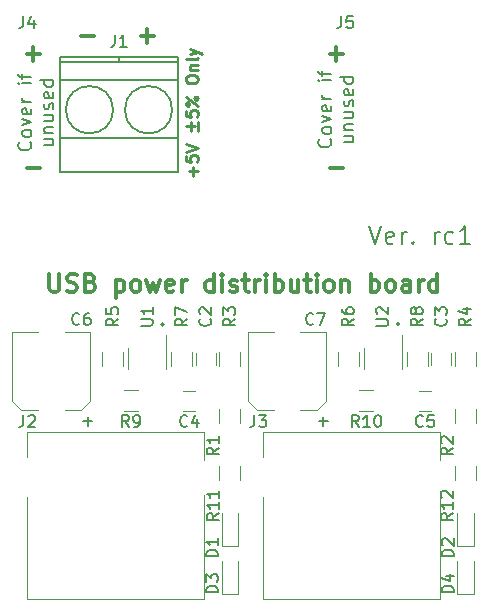
<source format=gto>
G04 #@! TF.FileFunction,Legend,Top*
%FSLAX46Y46*%
G04 Gerber Fmt 4.6, Leading zero omitted, Abs format (unit mm)*
G04 Created by KiCad (PCBNEW 4.0.6-e0-6349~53~ubuntu16.04.1) date Sat May 27 22:55:55 2017*
%MOMM*%
%LPD*%
G01*
G04 APERTURE LIST*
%ADD10C,0.100000*%
%ADD11C,0.150000*%
%ADD12C,0.200000*%
%ADD13C,0.300000*%
%ADD14C,0.250000*%
%ADD15C,0.120000*%
G04 APERTURE END LIST*
D10*
D11*
X163282858Y-99254571D02*
X163782858Y-100754571D01*
X164282858Y-99254571D01*
X165354286Y-100683143D02*
X165211429Y-100754571D01*
X164925715Y-100754571D01*
X164782858Y-100683143D01*
X164711429Y-100540286D01*
X164711429Y-99968857D01*
X164782858Y-99826000D01*
X164925715Y-99754571D01*
X165211429Y-99754571D01*
X165354286Y-99826000D01*
X165425715Y-99968857D01*
X165425715Y-100111714D01*
X164711429Y-100254571D01*
X166068572Y-100754571D02*
X166068572Y-99754571D01*
X166068572Y-100040286D02*
X166140000Y-99897429D01*
X166211429Y-99826000D01*
X166354286Y-99754571D01*
X166497143Y-99754571D01*
X166997143Y-100611714D02*
X167068571Y-100683143D01*
X166997143Y-100754571D01*
X166925714Y-100683143D01*
X166997143Y-100611714D01*
X166997143Y-100754571D01*
X168854286Y-100754571D02*
X168854286Y-99754571D01*
X168854286Y-100040286D02*
X168925714Y-99897429D01*
X168997143Y-99826000D01*
X169140000Y-99754571D01*
X169282857Y-99754571D01*
X170425714Y-100683143D02*
X170282857Y-100754571D01*
X169997143Y-100754571D01*
X169854285Y-100683143D01*
X169782857Y-100611714D01*
X169711428Y-100468857D01*
X169711428Y-100040286D01*
X169782857Y-99897429D01*
X169854285Y-99826000D01*
X169997143Y-99754571D01*
X170282857Y-99754571D01*
X170425714Y-99826000D01*
X171854285Y-100754571D02*
X170997142Y-100754571D01*
X171425714Y-100754571D02*
X171425714Y-99254571D01*
X171282857Y-99468857D01*
X171139999Y-99611714D01*
X170997142Y-99683143D01*
D12*
X165862000Y-107569000D02*
G75*
G03X165862000Y-107569000I-127000J0D01*
G01*
X145923000Y-107569000D02*
G75*
G03X145923000Y-107569000I-127000J0D01*
G01*
D13*
X136225428Y-103318571D02*
X136225428Y-104532857D01*
X136296856Y-104675714D01*
X136368285Y-104747143D01*
X136511142Y-104818571D01*
X136796856Y-104818571D01*
X136939714Y-104747143D01*
X137011142Y-104675714D01*
X137082571Y-104532857D01*
X137082571Y-103318571D01*
X137725428Y-104747143D02*
X137939714Y-104818571D01*
X138296857Y-104818571D01*
X138439714Y-104747143D01*
X138511143Y-104675714D01*
X138582571Y-104532857D01*
X138582571Y-104390000D01*
X138511143Y-104247143D01*
X138439714Y-104175714D01*
X138296857Y-104104286D01*
X138011143Y-104032857D01*
X137868285Y-103961429D01*
X137796857Y-103890000D01*
X137725428Y-103747143D01*
X137725428Y-103604286D01*
X137796857Y-103461429D01*
X137868285Y-103390000D01*
X138011143Y-103318571D01*
X138368285Y-103318571D01*
X138582571Y-103390000D01*
X139725428Y-104032857D02*
X139939714Y-104104286D01*
X140011142Y-104175714D01*
X140082571Y-104318571D01*
X140082571Y-104532857D01*
X140011142Y-104675714D01*
X139939714Y-104747143D01*
X139796856Y-104818571D01*
X139225428Y-104818571D01*
X139225428Y-103318571D01*
X139725428Y-103318571D01*
X139868285Y-103390000D01*
X139939714Y-103461429D01*
X140011142Y-103604286D01*
X140011142Y-103747143D01*
X139939714Y-103890000D01*
X139868285Y-103961429D01*
X139725428Y-104032857D01*
X139225428Y-104032857D01*
X141868285Y-103818571D02*
X141868285Y-105318571D01*
X141868285Y-103890000D02*
X142011142Y-103818571D01*
X142296856Y-103818571D01*
X142439713Y-103890000D01*
X142511142Y-103961429D01*
X142582571Y-104104286D01*
X142582571Y-104532857D01*
X142511142Y-104675714D01*
X142439713Y-104747143D01*
X142296856Y-104818571D01*
X142011142Y-104818571D01*
X141868285Y-104747143D01*
X143439714Y-104818571D02*
X143296856Y-104747143D01*
X143225428Y-104675714D01*
X143153999Y-104532857D01*
X143153999Y-104104286D01*
X143225428Y-103961429D01*
X143296856Y-103890000D01*
X143439714Y-103818571D01*
X143653999Y-103818571D01*
X143796856Y-103890000D01*
X143868285Y-103961429D01*
X143939714Y-104104286D01*
X143939714Y-104532857D01*
X143868285Y-104675714D01*
X143796856Y-104747143D01*
X143653999Y-104818571D01*
X143439714Y-104818571D01*
X144439714Y-103818571D02*
X144725428Y-104818571D01*
X145011142Y-104104286D01*
X145296857Y-104818571D01*
X145582571Y-103818571D01*
X146725428Y-104747143D02*
X146582571Y-104818571D01*
X146296857Y-104818571D01*
X146154000Y-104747143D01*
X146082571Y-104604286D01*
X146082571Y-104032857D01*
X146154000Y-103890000D01*
X146296857Y-103818571D01*
X146582571Y-103818571D01*
X146725428Y-103890000D01*
X146796857Y-104032857D01*
X146796857Y-104175714D01*
X146082571Y-104318571D01*
X147439714Y-104818571D02*
X147439714Y-103818571D01*
X147439714Y-104104286D02*
X147511142Y-103961429D01*
X147582571Y-103890000D01*
X147725428Y-103818571D01*
X147868285Y-103818571D01*
X150153999Y-104818571D02*
X150153999Y-103318571D01*
X150153999Y-104747143D02*
X150011142Y-104818571D01*
X149725428Y-104818571D01*
X149582570Y-104747143D01*
X149511142Y-104675714D01*
X149439713Y-104532857D01*
X149439713Y-104104286D01*
X149511142Y-103961429D01*
X149582570Y-103890000D01*
X149725428Y-103818571D01*
X150011142Y-103818571D01*
X150153999Y-103890000D01*
X150868285Y-104818571D02*
X150868285Y-103818571D01*
X150868285Y-103318571D02*
X150796856Y-103390000D01*
X150868285Y-103461429D01*
X150939713Y-103390000D01*
X150868285Y-103318571D01*
X150868285Y-103461429D01*
X151511142Y-104747143D02*
X151653999Y-104818571D01*
X151939714Y-104818571D01*
X152082571Y-104747143D01*
X152153999Y-104604286D01*
X152153999Y-104532857D01*
X152082571Y-104390000D01*
X151939714Y-104318571D01*
X151725428Y-104318571D01*
X151582571Y-104247143D01*
X151511142Y-104104286D01*
X151511142Y-104032857D01*
X151582571Y-103890000D01*
X151725428Y-103818571D01*
X151939714Y-103818571D01*
X152082571Y-103890000D01*
X152582571Y-103818571D02*
X153154000Y-103818571D01*
X152796857Y-103318571D02*
X152796857Y-104604286D01*
X152868285Y-104747143D01*
X153011143Y-104818571D01*
X153154000Y-104818571D01*
X153654000Y-104818571D02*
X153654000Y-103818571D01*
X153654000Y-104104286D02*
X153725428Y-103961429D01*
X153796857Y-103890000D01*
X153939714Y-103818571D01*
X154082571Y-103818571D01*
X154582571Y-104818571D02*
X154582571Y-103818571D01*
X154582571Y-103318571D02*
X154511142Y-103390000D01*
X154582571Y-103461429D01*
X154653999Y-103390000D01*
X154582571Y-103318571D01*
X154582571Y-103461429D01*
X155296857Y-104818571D02*
X155296857Y-103318571D01*
X155296857Y-103890000D02*
X155439714Y-103818571D01*
X155725428Y-103818571D01*
X155868285Y-103890000D01*
X155939714Y-103961429D01*
X156011143Y-104104286D01*
X156011143Y-104532857D01*
X155939714Y-104675714D01*
X155868285Y-104747143D01*
X155725428Y-104818571D01*
X155439714Y-104818571D01*
X155296857Y-104747143D01*
X157296857Y-103818571D02*
X157296857Y-104818571D01*
X156654000Y-103818571D02*
X156654000Y-104604286D01*
X156725428Y-104747143D01*
X156868286Y-104818571D01*
X157082571Y-104818571D01*
X157225428Y-104747143D01*
X157296857Y-104675714D01*
X157796857Y-103818571D02*
X158368286Y-103818571D01*
X158011143Y-103318571D02*
X158011143Y-104604286D01*
X158082571Y-104747143D01*
X158225429Y-104818571D01*
X158368286Y-104818571D01*
X158868286Y-104818571D02*
X158868286Y-103818571D01*
X158868286Y-103318571D02*
X158796857Y-103390000D01*
X158868286Y-103461429D01*
X158939714Y-103390000D01*
X158868286Y-103318571D01*
X158868286Y-103461429D01*
X159796858Y-104818571D02*
X159654000Y-104747143D01*
X159582572Y-104675714D01*
X159511143Y-104532857D01*
X159511143Y-104104286D01*
X159582572Y-103961429D01*
X159654000Y-103890000D01*
X159796858Y-103818571D01*
X160011143Y-103818571D01*
X160154000Y-103890000D01*
X160225429Y-103961429D01*
X160296858Y-104104286D01*
X160296858Y-104532857D01*
X160225429Y-104675714D01*
X160154000Y-104747143D01*
X160011143Y-104818571D01*
X159796858Y-104818571D01*
X160939715Y-103818571D02*
X160939715Y-104818571D01*
X160939715Y-103961429D02*
X161011143Y-103890000D01*
X161154001Y-103818571D01*
X161368286Y-103818571D01*
X161511143Y-103890000D01*
X161582572Y-104032857D01*
X161582572Y-104818571D01*
X163439715Y-104818571D02*
X163439715Y-103318571D01*
X163439715Y-103890000D02*
X163582572Y-103818571D01*
X163868286Y-103818571D01*
X164011143Y-103890000D01*
X164082572Y-103961429D01*
X164154001Y-104104286D01*
X164154001Y-104532857D01*
X164082572Y-104675714D01*
X164011143Y-104747143D01*
X163868286Y-104818571D01*
X163582572Y-104818571D01*
X163439715Y-104747143D01*
X165011144Y-104818571D02*
X164868286Y-104747143D01*
X164796858Y-104675714D01*
X164725429Y-104532857D01*
X164725429Y-104104286D01*
X164796858Y-103961429D01*
X164868286Y-103890000D01*
X165011144Y-103818571D01*
X165225429Y-103818571D01*
X165368286Y-103890000D01*
X165439715Y-103961429D01*
X165511144Y-104104286D01*
X165511144Y-104532857D01*
X165439715Y-104675714D01*
X165368286Y-104747143D01*
X165225429Y-104818571D01*
X165011144Y-104818571D01*
X166796858Y-104818571D02*
X166796858Y-104032857D01*
X166725429Y-103890000D01*
X166582572Y-103818571D01*
X166296858Y-103818571D01*
X166154001Y-103890000D01*
X166796858Y-104747143D02*
X166654001Y-104818571D01*
X166296858Y-104818571D01*
X166154001Y-104747143D01*
X166082572Y-104604286D01*
X166082572Y-104461429D01*
X166154001Y-104318571D01*
X166296858Y-104247143D01*
X166654001Y-104247143D01*
X166796858Y-104175714D01*
X167511144Y-104818571D02*
X167511144Y-103818571D01*
X167511144Y-104104286D02*
X167582572Y-103961429D01*
X167654001Y-103890000D01*
X167796858Y-103818571D01*
X167939715Y-103818571D01*
X169082572Y-104818571D02*
X169082572Y-103318571D01*
X169082572Y-104747143D02*
X168939715Y-104818571D01*
X168654001Y-104818571D01*
X168511143Y-104747143D01*
X168439715Y-104675714D01*
X168368286Y-104532857D01*
X168368286Y-104104286D01*
X168439715Y-103961429D01*
X168511143Y-103890000D01*
X168654001Y-103818571D01*
X168939715Y-103818571D01*
X169082572Y-103890000D01*
X138874572Y-83165143D02*
X140017429Y-83165143D01*
X143954572Y-83165143D02*
X145097429Y-83165143D01*
X144526000Y-83736571D02*
X144526000Y-82593714D01*
D11*
X134603964Y-92138499D02*
X134658393Y-92192928D01*
X134712821Y-92356214D01*
X134712821Y-92465071D01*
X134658393Y-92628356D01*
X134549536Y-92737214D01*
X134440679Y-92791642D01*
X134222964Y-92846071D01*
X134059679Y-92846071D01*
X133841964Y-92791642D01*
X133733107Y-92737214D01*
X133624250Y-92628356D01*
X133569821Y-92465071D01*
X133569821Y-92356214D01*
X133624250Y-92192928D01*
X133678679Y-92138499D01*
X134712821Y-91485356D02*
X134658393Y-91594214D01*
X134603964Y-91648642D01*
X134495107Y-91703071D01*
X134168536Y-91703071D01*
X134059679Y-91648642D01*
X134005250Y-91594214D01*
X133950821Y-91485356D01*
X133950821Y-91322071D01*
X134005250Y-91213214D01*
X134059679Y-91158785D01*
X134168536Y-91104356D01*
X134495107Y-91104356D01*
X134603964Y-91158785D01*
X134658393Y-91213214D01*
X134712821Y-91322071D01*
X134712821Y-91485356D01*
X133950821Y-90723356D02*
X134712821Y-90451213D01*
X133950821Y-90179071D01*
X134658393Y-89308214D02*
X134712821Y-89417071D01*
X134712821Y-89634785D01*
X134658393Y-89743642D01*
X134549536Y-89798071D01*
X134114107Y-89798071D01*
X134005250Y-89743642D01*
X133950821Y-89634785D01*
X133950821Y-89417071D01*
X134005250Y-89308214D01*
X134114107Y-89253785D01*
X134222964Y-89253785D01*
X134331821Y-89798071D01*
X134712821Y-88763928D02*
X133950821Y-88763928D01*
X134168536Y-88763928D02*
X134059679Y-88709500D01*
X134005250Y-88655071D01*
X133950821Y-88546214D01*
X133950821Y-88437357D01*
X134712821Y-87185500D02*
X133950821Y-87185500D01*
X133569821Y-87185500D02*
X133624250Y-87239929D01*
X133678679Y-87185500D01*
X133624250Y-87131072D01*
X133569821Y-87185500D01*
X133678679Y-87185500D01*
X133950821Y-86804500D02*
X133950821Y-86369071D01*
X134712821Y-86641214D02*
X133733107Y-86641214D01*
X133624250Y-86586786D01*
X133569821Y-86477928D01*
X133569821Y-86369071D01*
X135815321Y-91920786D02*
X136577321Y-91920786D01*
X135815321Y-92410643D02*
X136414036Y-92410643D01*
X136522893Y-92356215D01*
X136577321Y-92247357D01*
X136577321Y-92084072D01*
X136522893Y-91975215D01*
X136468464Y-91920786D01*
X135815321Y-91376500D02*
X136577321Y-91376500D01*
X135924179Y-91376500D02*
X135869750Y-91322072D01*
X135815321Y-91213214D01*
X135815321Y-91049929D01*
X135869750Y-90941072D01*
X135978607Y-90886643D01*
X136577321Y-90886643D01*
X135815321Y-89852500D02*
X136577321Y-89852500D01*
X135815321Y-90342357D02*
X136414036Y-90342357D01*
X136522893Y-90287929D01*
X136577321Y-90179071D01*
X136577321Y-90015786D01*
X136522893Y-89906929D01*
X136468464Y-89852500D01*
X136522893Y-89362643D02*
X136577321Y-89253786D01*
X136577321Y-89036071D01*
X136522893Y-88927214D01*
X136414036Y-88872786D01*
X136359607Y-88872786D01*
X136250750Y-88927214D01*
X136196321Y-89036071D01*
X136196321Y-89199357D01*
X136141893Y-89308214D01*
X136033036Y-89362643D01*
X135978607Y-89362643D01*
X135869750Y-89308214D01*
X135815321Y-89199357D01*
X135815321Y-89036071D01*
X135869750Y-88927214D01*
X136522893Y-87947500D02*
X136577321Y-88056357D01*
X136577321Y-88274071D01*
X136522893Y-88382928D01*
X136414036Y-88437357D01*
X135978607Y-88437357D01*
X135869750Y-88382928D01*
X135815321Y-88274071D01*
X135815321Y-88056357D01*
X135869750Y-87947500D01*
X135978607Y-87893071D01*
X136087464Y-87893071D01*
X136196321Y-88437357D01*
X136577321Y-86913357D02*
X135434321Y-86913357D01*
X136522893Y-86913357D02*
X136577321Y-87022214D01*
X136577321Y-87239928D01*
X136522893Y-87348786D01*
X136468464Y-87403214D01*
X136359607Y-87457643D01*
X136033036Y-87457643D01*
X135924179Y-87403214D01*
X135869750Y-87348786D01*
X135815321Y-87239928D01*
X135815321Y-87022214D01*
X135869750Y-86913357D01*
D14*
X148407429Y-95011905D02*
X148407429Y-94250000D01*
X148788381Y-94630952D02*
X148026476Y-94630952D01*
X147788381Y-93297619D02*
X147788381Y-93773810D01*
X148264571Y-93821429D01*
X148216952Y-93773810D01*
X148169333Y-93678572D01*
X148169333Y-93440476D01*
X148216952Y-93345238D01*
X148264571Y-93297619D01*
X148359810Y-93250000D01*
X148597905Y-93250000D01*
X148693143Y-93297619D01*
X148740762Y-93345238D01*
X148788381Y-93440476D01*
X148788381Y-93678572D01*
X148740762Y-93773810D01*
X148693143Y-93821429D01*
X147788381Y-92964286D02*
X148788381Y-92630953D01*
X147788381Y-92297619D01*
X148216952Y-91202381D02*
X148216952Y-90440476D01*
X148597905Y-90821428D02*
X147836000Y-90821428D01*
X148788381Y-90440476D02*
X148788381Y-91202381D01*
X147788381Y-89488095D02*
X147788381Y-89964286D01*
X148264571Y-90011905D01*
X148216952Y-89964286D01*
X148169333Y-89869048D01*
X148169333Y-89630952D01*
X148216952Y-89535714D01*
X148264571Y-89488095D01*
X148359810Y-89440476D01*
X148597905Y-89440476D01*
X148693143Y-89488095D01*
X148740762Y-89535714D01*
X148788381Y-89630952D01*
X148788381Y-89869048D01*
X148740762Y-89964286D01*
X148693143Y-90011905D01*
X148788381Y-89059524D02*
X147788381Y-88297619D01*
X147788381Y-88916667D02*
X147836000Y-88821429D01*
X147931238Y-88773810D01*
X148026476Y-88821429D01*
X148074095Y-88916667D01*
X148026476Y-89011905D01*
X147931238Y-89059524D01*
X147836000Y-89011905D01*
X147788381Y-88916667D01*
X148740762Y-88345238D02*
X148645524Y-88297619D01*
X148550286Y-88345238D01*
X148502667Y-88440476D01*
X148550286Y-88535714D01*
X148645524Y-88583333D01*
X148740762Y-88535714D01*
X148788381Y-88440476D01*
X148740762Y-88345238D01*
X147788381Y-86916667D02*
X147788381Y-86726190D01*
X147836000Y-86630952D01*
X147931238Y-86535714D01*
X148121714Y-86488095D01*
X148455048Y-86488095D01*
X148645524Y-86535714D01*
X148740762Y-86630952D01*
X148788381Y-86726190D01*
X148788381Y-86916667D01*
X148740762Y-87011905D01*
X148645524Y-87107143D01*
X148455048Y-87154762D01*
X148121714Y-87154762D01*
X147931238Y-87107143D01*
X147836000Y-87011905D01*
X147788381Y-86916667D01*
X148121714Y-86059524D02*
X148788381Y-86059524D01*
X148216952Y-86059524D02*
X148169333Y-86011905D01*
X148121714Y-85916667D01*
X148121714Y-85773809D01*
X148169333Y-85678571D01*
X148264571Y-85630952D01*
X148788381Y-85630952D01*
X148788381Y-85011905D02*
X148740762Y-85107143D01*
X148645524Y-85154762D01*
X147788381Y-85154762D01*
X148121714Y-84726190D02*
X148788381Y-84488095D01*
X148121714Y-84249999D02*
X148788381Y-84488095D01*
X149026476Y-84583333D01*
X149074095Y-84630952D01*
X149121714Y-84726190D01*
D11*
X160003964Y-91884499D02*
X160058393Y-91938928D01*
X160112821Y-92102214D01*
X160112821Y-92211071D01*
X160058393Y-92374356D01*
X159949536Y-92483214D01*
X159840679Y-92537642D01*
X159622964Y-92592071D01*
X159459679Y-92592071D01*
X159241964Y-92537642D01*
X159133107Y-92483214D01*
X159024250Y-92374356D01*
X158969821Y-92211071D01*
X158969821Y-92102214D01*
X159024250Y-91938928D01*
X159078679Y-91884499D01*
X160112821Y-91231356D02*
X160058393Y-91340214D01*
X160003964Y-91394642D01*
X159895107Y-91449071D01*
X159568536Y-91449071D01*
X159459679Y-91394642D01*
X159405250Y-91340214D01*
X159350821Y-91231356D01*
X159350821Y-91068071D01*
X159405250Y-90959214D01*
X159459679Y-90904785D01*
X159568536Y-90850356D01*
X159895107Y-90850356D01*
X160003964Y-90904785D01*
X160058393Y-90959214D01*
X160112821Y-91068071D01*
X160112821Y-91231356D01*
X159350821Y-90469356D02*
X160112821Y-90197213D01*
X159350821Y-89925071D01*
X160058393Y-89054214D02*
X160112821Y-89163071D01*
X160112821Y-89380785D01*
X160058393Y-89489642D01*
X159949536Y-89544071D01*
X159514107Y-89544071D01*
X159405250Y-89489642D01*
X159350821Y-89380785D01*
X159350821Y-89163071D01*
X159405250Y-89054214D01*
X159514107Y-88999785D01*
X159622964Y-88999785D01*
X159731821Y-89544071D01*
X160112821Y-88509928D02*
X159350821Y-88509928D01*
X159568536Y-88509928D02*
X159459679Y-88455500D01*
X159405250Y-88401071D01*
X159350821Y-88292214D01*
X159350821Y-88183357D01*
X160112821Y-86931500D02*
X159350821Y-86931500D01*
X158969821Y-86931500D02*
X159024250Y-86985929D01*
X159078679Y-86931500D01*
X159024250Y-86877072D01*
X158969821Y-86931500D01*
X159078679Y-86931500D01*
X159350821Y-86550500D02*
X159350821Y-86115071D01*
X160112821Y-86387214D02*
X159133107Y-86387214D01*
X159024250Y-86332786D01*
X158969821Y-86223928D01*
X158969821Y-86115071D01*
X161215321Y-91666786D02*
X161977321Y-91666786D01*
X161215321Y-92156643D02*
X161814036Y-92156643D01*
X161922893Y-92102215D01*
X161977321Y-91993357D01*
X161977321Y-91830072D01*
X161922893Y-91721215D01*
X161868464Y-91666786D01*
X161215321Y-91122500D02*
X161977321Y-91122500D01*
X161324179Y-91122500D02*
X161269750Y-91068072D01*
X161215321Y-90959214D01*
X161215321Y-90795929D01*
X161269750Y-90687072D01*
X161378607Y-90632643D01*
X161977321Y-90632643D01*
X161215321Y-89598500D02*
X161977321Y-89598500D01*
X161215321Y-90088357D02*
X161814036Y-90088357D01*
X161922893Y-90033929D01*
X161977321Y-89925071D01*
X161977321Y-89761786D01*
X161922893Y-89652929D01*
X161868464Y-89598500D01*
X161922893Y-89108643D02*
X161977321Y-88999786D01*
X161977321Y-88782071D01*
X161922893Y-88673214D01*
X161814036Y-88618786D01*
X161759607Y-88618786D01*
X161650750Y-88673214D01*
X161596321Y-88782071D01*
X161596321Y-88945357D01*
X161541893Y-89054214D01*
X161433036Y-89108643D01*
X161378607Y-89108643D01*
X161269750Y-89054214D01*
X161215321Y-88945357D01*
X161215321Y-88782071D01*
X161269750Y-88673214D01*
X161922893Y-87693500D02*
X161977321Y-87802357D01*
X161977321Y-88020071D01*
X161922893Y-88128928D01*
X161814036Y-88183357D01*
X161378607Y-88183357D01*
X161269750Y-88128928D01*
X161215321Y-88020071D01*
X161215321Y-87802357D01*
X161269750Y-87693500D01*
X161378607Y-87639071D01*
X161487464Y-87639071D01*
X161596321Y-88183357D01*
X161977321Y-86659357D02*
X160834321Y-86659357D01*
X161922893Y-86659357D02*
X161977321Y-86768214D01*
X161977321Y-86985928D01*
X161922893Y-87094786D01*
X161868464Y-87149214D01*
X161759607Y-87203643D01*
X161433036Y-87203643D01*
X161324179Y-87149214D01*
X161269750Y-87094786D01*
X161215321Y-86985928D01*
X161215321Y-86768214D01*
X161269750Y-86659357D01*
D13*
X134302572Y-94341143D02*
X135445429Y-94341143D01*
X134302572Y-84689143D02*
X135445429Y-84689143D01*
X134874000Y-85260571D02*
X134874000Y-84117714D01*
X159956572Y-94341143D02*
X161099429Y-94341143D01*
X159956572Y-84689143D02*
X161099429Y-84689143D01*
X160528000Y-85260571D02*
X160528000Y-84117714D01*
D15*
X150329000Y-110990000D02*
X150329000Y-109990000D01*
X148629000Y-109990000D02*
X148629000Y-110990000D01*
X142916000Y-109590000D02*
X142916000Y-111390000D01*
X146136000Y-111390000D02*
X146136000Y-108440000D01*
X170268000Y-110990000D02*
X170268000Y-109990000D01*
X168568000Y-109990000D02*
X168568000Y-110990000D01*
X148582000Y-113196000D02*
X147582000Y-113196000D01*
X147582000Y-114896000D02*
X148582000Y-114896000D01*
X168521000Y-113196000D02*
X167521000Y-113196000D01*
X167521000Y-114896000D02*
X168521000Y-114896000D01*
X139698000Y-108206000D02*
X137518000Y-108206000D01*
X133098000Y-108206000D02*
X135278000Y-108206000D01*
X138938000Y-114806000D02*
X137518000Y-114806000D01*
X133858000Y-114806000D02*
X135278000Y-114806000D01*
X139698000Y-108206000D02*
X139698000Y-114046000D01*
X139698000Y-114046000D02*
X138938000Y-114806000D01*
X133858000Y-114806000D02*
X133098000Y-114046000D01*
X133098000Y-114046000D02*
X133098000Y-108206000D01*
X159637000Y-108206000D02*
X157457000Y-108206000D01*
X153037000Y-108206000D02*
X155217000Y-108206000D01*
X158877000Y-114806000D02*
X157457000Y-114806000D01*
X153797000Y-114806000D02*
X155217000Y-114806000D01*
X159637000Y-108206000D02*
X159637000Y-114046000D01*
X159637000Y-114046000D02*
X158877000Y-114806000D01*
X153797000Y-114806000D02*
X153037000Y-114046000D01*
X153037000Y-114046000D02*
X153037000Y-108206000D01*
X150811000Y-126387000D02*
X152211000Y-126387000D01*
X152211000Y-126387000D02*
X152211000Y-123587000D01*
X150811000Y-126387000D02*
X150811000Y-123587000D01*
X170750000Y-126387000D02*
X172150000Y-126387000D01*
X172150000Y-126387000D02*
X172150000Y-123587000D01*
X170750000Y-126387000D02*
X170750000Y-123587000D01*
X150811000Y-130451000D02*
X152211000Y-130451000D01*
X152211000Y-130451000D02*
X152211000Y-127651000D01*
X150811000Y-130451000D02*
X150811000Y-127651000D01*
X170750000Y-130451000D02*
X172150000Y-130451000D01*
X172150000Y-130451000D02*
X172150000Y-127651000D01*
X170750000Y-130451000D02*
X170750000Y-127651000D01*
X149353000Y-116716000D02*
X149353000Y-119046000D01*
X134363000Y-116716000D02*
X134363000Y-118836000D01*
X149353000Y-116716000D02*
X134363000Y-116716000D01*
X149353000Y-130806000D02*
X134363000Y-130806000D01*
X149353000Y-122006000D02*
X149353000Y-130806000D01*
X134363000Y-122206000D02*
X134363000Y-130806000D01*
X169292000Y-116716000D02*
X169292000Y-119046000D01*
X154302000Y-116716000D02*
X154302000Y-118836000D01*
X169292000Y-116716000D02*
X154302000Y-116716000D01*
X169292000Y-130806000D02*
X154302000Y-130806000D01*
X169292000Y-122006000D02*
X169292000Y-130806000D01*
X154302000Y-122206000D02*
X154302000Y-130806000D01*
X150631000Y-115916000D02*
X150631000Y-114716000D01*
X152391000Y-114716000D02*
X152391000Y-115916000D01*
X170570000Y-115916000D02*
X170570000Y-114716000D01*
X172330000Y-114716000D02*
X172330000Y-115916000D01*
X150631000Y-111090000D02*
X150631000Y-109890000D01*
X152391000Y-109890000D02*
X152391000Y-111090000D01*
X170570000Y-111090000D02*
X170570000Y-109890000D01*
X172330000Y-109890000D02*
X172330000Y-111090000D01*
X140725000Y-111090000D02*
X140725000Y-109890000D01*
X142485000Y-109890000D02*
X142485000Y-111090000D01*
X160664000Y-111090000D02*
X160664000Y-109890000D01*
X162424000Y-109890000D02*
X162424000Y-111090000D01*
X146567000Y-111090000D02*
X146567000Y-109890000D01*
X148327000Y-109890000D02*
X148327000Y-111090000D01*
X166506000Y-111090000D02*
X166506000Y-109890000D01*
X168266000Y-109890000D02*
X168266000Y-111090000D01*
X142529000Y-113166000D02*
X143729000Y-113166000D01*
X143729000Y-114926000D02*
X142529000Y-114926000D01*
X162468000Y-113166000D02*
X163668000Y-113166000D01*
X163668000Y-114926000D02*
X162468000Y-114926000D01*
X150631000Y-120742000D02*
X150631000Y-119542000D01*
X152391000Y-119542000D02*
X152391000Y-120742000D01*
X170570000Y-120742000D02*
X170570000Y-119542000D01*
X172330000Y-119542000D02*
X172330000Y-120742000D01*
X162855000Y-109590000D02*
X162855000Y-111390000D01*
X166075000Y-111390000D02*
X166075000Y-108440000D01*
D11*
X142127600Y-85409600D02*
X142127600Y-84909600D01*
X141627600Y-89409600D02*
G75*
G03X141627600Y-89409600I-2000000J0D01*
G01*
X146627600Y-89409600D02*
G75*
G03X146627600Y-89409600I-2000000J0D01*
G01*
X147127600Y-86909600D02*
X137127600Y-86909600D01*
X147127600Y-91809600D02*
X137127600Y-91809600D01*
X147127600Y-85409600D02*
X137127600Y-85409600D01*
X147127600Y-84909600D02*
X137127600Y-84909600D01*
X137127600Y-84909600D02*
X137127600Y-94709600D01*
X137127600Y-94709600D02*
X147127600Y-94709600D01*
X147127600Y-94709600D02*
X147127600Y-84909600D01*
X149836143Y-107100666D02*
X149883762Y-107148285D01*
X149931381Y-107291142D01*
X149931381Y-107386380D01*
X149883762Y-107529238D01*
X149788524Y-107624476D01*
X149693286Y-107672095D01*
X149502810Y-107719714D01*
X149359952Y-107719714D01*
X149169476Y-107672095D01*
X149074238Y-107624476D01*
X148979000Y-107529238D01*
X148931381Y-107386380D01*
X148931381Y-107291142D01*
X148979000Y-107148285D01*
X149026619Y-107100666D01*
X149026619Y-106719714D02*
X148979000Y-106672095D01*
X148931381Y-106576857D01*
X148931381Y-106338761D01*
X148979000Y-106243523D01*
X149026619Y-106195904D01*
X149121857Y-106148285D01*
X149217095Y-106148285D01*
X149359952Y-106195904D01*
X149931381Y-106767333D01*
X149931381Y-106148285D01*
X143978381Y-107695905D02*
X144787905Y-107695905D01*
X144883143Y-107648286D01*
X144930762Y-107600667D01*
X144978381Y-107505429D01*
X144978381Y-107314952D01*
X144930762Y-107219714D01*
X144883143Y-107172095D01*
X144787905Y-107124476D01*
X143978381Y-107124476D01*
X144978381Y-106124476D02*
X144978381Y-106695905D01*
X144978381Y-106410191D02*
X143978381Y-106410191D01*
X144121238Y-106505429D01*
X144216476Y-106600667D01*
X144264095Y-106695905D01*
X134032667Y-81494381D02*
X134032667Y-82208667D01*
X133985047Y-82351524D01*
X133889809Y-82446762D01*
X133746952Y-82494381D01*
X133651714Y-82494381D01*
X134937429Y-81827714D02*
X134937429Y-82494381D01*
X134699333Y-81446762D02*
X134461238Y-82161048D01*
X135080286Y-82161048D01*
X169775143Y-107100666D02*
X169822762Y-107148285D01*
X169870381Y-107291142D01*
X169870381Y-107386380D01*
X169822762Y-107529238D01*
X169727524Y-107624476D01*
X169632286Y-107672095D01*
X169441810Y-107719714D01*
X169298952Y-107719714D01*
X169108476Y-107672095D01*
X169013238Y-107624476D01*
X168918000Y-107529238D01*
X168870381Y-107386380D01*
X168870381Y-107291142D01*
X168918000Y-107148285D01*
X168965619Y-107100666D01*
X168870381Y-106767333D02*
X168870381Y-106148285D01*
X169251333Y-106481619D01*
X169251333Y-106338761D01*
X169298952Y-106243523D01*
X169346571Y-106195904D01*
X169441810Y-106148285D01*
X169679905Y-106148285D01*
X169775143Y-106195904D01*
X169822762Y-106243523D01*
X169870381Y-106338761D01*
X169870381Y-106624476D01*
X169822762Y-106719714D01*
X169775143Y-106767333D01*
X147915334Y-116181143D02*
X147867715Y-116228762D01*
X147724858Y-116276381D01*
X147629620Y-116276381D01*
X147486762Y-116228762D01*
X147391524Y-116133524D01*
X147343905Y-116038286D01*
X147296286Y-115847810D01*
X147296286Y-115704952D01*
X147343905Y-115514476D01*
X147391524Y-115419238D01*
X147486762Y-115324000D01*
X147629620Y-115276381D01*
X147724858Y-115276381D01*
X147867715Y-115324000D01*
X147915334Y-115371619D01*
X148772477Y-115609714D02*
X148772477Y-116276381D01*
X148534381Y-115228762D02*
X148296286Y-115943048D01*
X148915334Y-115943048D01*
X167854334Y-116181143D02*
X167806715Y-116228762D01*
X167663858Y-116276381D01*
X167568620Y-116276381D01*
X167425762Y-116228762D01*
X167330524Y-116133524D01*
X167282905Y-116038286D01*
X167235286Y-115847810D01*
X167235286Y-115704952D01*
X167282905Y-115514476D01*
X167330524Y-115419238D01*
X167425762Y-115324000D01*
X167568620Y-115276381D01*
X167663858Y-115276381D01*
X167806715Y-115324000D01*
X167854334Y-115371619D01*
X168759096Y-115276381D02*
X168282905Y-115276381D01*
X168235286Y-115752571D01*
X168282905Y-115704952D01*
X168378143Y-115657333D01*
X168616239Y-115657333D01*
X168711477Y-115704952D01*
X168759096Y-115752571D01*
X168806715Y-115847810D01*
X168806715Y-116085905D01*
X168759096Y-116181143D01*
X168711477Y-116228762D01*
X168616239Y-116276381D01*
X168378143Y-116276381D01*
X168282905Y-116228762D01*
X168235286Y-116181143D01*
X138771334Y-107545143D02*
X138723715Y-107592762D01*
X138580858Y-107640381D01*
X138485620Y-107640381D01*
X138342762Y-107592762D01*
X138247524Y-107497524D01*
X138199905Y-107402286D01*
X138152286Y-107211810D01*
X138152286Y-107068952D01*
X138199905Y-106878476D01*
X138247524Y-106783238D01*
X138342762Y-106688000D01*
X138485620Y-106640381D01*
X138580858Y-106640381D01*
X138723715Y-106688000D01*
X138771334Y-106735619D01*
X139628477Y-106640381D02*
X139438000Y-106640381D01*
X139342762Y-106688000D01*
X139295143Y-106735619D01*
X139199905Y-106878476D01*
X139152286Y-107068952D01*
X139152286Y-107449905D01*
X139199905Y-107545143D01*
X139247524Y-107592762D01*
X139342762Y-107640381D01*
X139533239Y-107640381D01*
X139628477Y-107592762D01*
X139676096Y-107545143D01*
X139723715Y-107449905D01*
X139723715Y-107211810D01*
X139676096Y-107116571D01*
X139628477Y-107068952D01*
X139533239Y-107021333D01*
X139342762Y-107021333D01*
X139247524Y-107068952D01*
X139199905Y-107116571D01*
X139152286Y-107211810D01*
X139479429Y-116166952D02*
X139479429Y-115405047D01*
X139860381Y-115785999D02*
X139098476Y-115785999D01*
X158583334Y-107545143D02*
X158535715Y-107592762D01*
X158392858Y-107640381D01*
X158297620Y-107640381D01*
X158154762Y-107592762D01*
X158059524Y-107497524D01*
X158011905Y-107402286D01*
X157964286Y-107211810D01*
X157964286Y-107068952D01*
X158011905Y-106878476D01*
X158059524Y-106783238D01*
X158154762Y-106688000D01*
X158297620Y-106640381D01*
X158392858Y-106640381D01*
X158535715Y-106688000D01*
X158583334Y-106735619D01*
X158916667Y-106640381D02*
X159583334Y-106640381D01*
X159154762Y-107640381D01*
X159418429Y-116166952D02*
X159418429Y-115405047D01*
X159799381Y-115785999D02*
X159037476Y-115785999D01*
X150513381Y-127230095D02*
X149513381Y-127230095D01*
X149513381Y-126992000D01*
X149561000Y-126849142D01*
X149656238Y-126753904D01*
X149751476Y-126706285D01*
X149941952Y-126658666D01*
X150084810Y-126658666D01*
X150275286Y-126706285D01*
X150370524Y-126753904D01*
X150465762Y-126849142D01*
X150513381Y-126992000D01*
X150513381Y-127230095D01*
X150513381Y-125706285D02*
X150513381Y-126277714D01*
X150513381Y-125992000D02*
X149513381Y-125992000D01*
X149656238Y-126087238D01*
X149751476Y-126182476D01*
X149799095Y-126277714D01*
X170452381Y-127230095D02*
X169452381Y-127230095D01*
X169452381Y-126992000D01*
X169500000Y-126849142D01*
X169595238Y-126753904D01*
X169690476Y-126706285D01*
X169880952Y-126658666D01*
X170023810Y-126658666D01*
X170214286Y-126706285D01*
X170309524Y-126753904D01*
X170404762Y-126849142D01*
X170452381Y-126992000D01*
X170452381Y-127230095D01*
X169547619Y-126277714D02*
X169500000Y-126230095D01*
X169452381Y-126134857D01*
X169452381Y-125896761D01*
X169500000Y-125801523D01*
X169547619Y-125753904D01*
X169642857Y-125706285D01*
X169738095Y-125706285D01*
X169880952Y-125753904D01*
X170452381Y-126325333D01*
X170452381Y-125706285D01*
X150513381Y-130278095D02*
X149513381Y-130278095D01*
X149513381Y-130040000D01*
X149561000Y-129897142D01*
X149656238Y-129801904D01*
X149751476Y-129754285D01*
X149941952Y-129706666D01*
X150084810Y-129706666D01*
X150275286Y-129754285D01*
X150370524Y-129801904D01*
X150465762Y-129897142D01*
X150513381Y-130040000D01*
X150513381Y-130278095D01*
X149513381Y-129373333D02*
X149513381Y-128754285D01*
X149894333Y-129087619D01*
X149894333Y-128944761D01*
X149941952Y-128849523D01*
X149989571Y-128801904D01*
X150084810Y-128754285D01*
X150322905Y-128754285D01*
X150418143Y-128801904D01*
X150465762Y-128849523D01*
X150513381Y-128944761D01*
X150513381Y-129230476D01*
X150465762Y-129325714D01*
X150418143Y-129373333D01*
X170452381Y-130278095D02*
X169452381Y-130278095D01*
X169452381Y-130040000D01*
X169500000Y-129897142D01*
X169595238Y-129801904D01*
X169690476Y-129754285D01*
X169880952Y-129706666D01*
X170023810Y-129706666D01*
X170214286Y-129754285D01*
X170309524Y-129801904D01*
X170404762Y-129897142D01*
X170452381Y-130040000D01*
X170452381Y-130278095D01*
X169785714Y-128849523D02*
X170452381Y-128849523D01*
X169404762Y-129087619D02*
X170119048Y-129325714D01*
X170119048Y-128706666D01*
X134032667Y-115276381D02*
X134032667Y-115990667D01*
X133985047Y-116133524D01*
X133889809Y-116228762D01*
X133746952Y-116276381D01*
X133651714Y-116276381D01*
X134461238Y-115371619D02*
X134508857Y-115324000D01*
X134604095Y-115276381D01*
X134842191Y-115276381D01*
X134937429Y-115324000D01*
X134985048Y-115371619D01*
X135032667Y-115466857D01*
X135032667Y-115562095D01*
X134985048Y-115704952D01*
X134413619Y-116276381D01*
X135032667Y-116276381D01*
X153590667Y-115276381D02*
X153590667Y-115990667D01*
X153543047Y-116133524D01*
X153447809Y-116228762D01*
X153304952Y-116276381D01*
X153209714Y-116276381D01*
X153971619Y-115276381D02*
X154590667Y-115276381D01*
X154257333Y-115657333D01*
X154400191Y-115657333D01*
X154495429Y-115704952D01*
X154543048Y-115752571D01*
X154590667Y-115847810D01*
X154590667Y-116085905D01*
X154543048Y-116181143D01*
X154495429Y-116228762D01*
X154400191Y-116276381D01*
X154114476Y-116276381D01*
X154019238Y-116228762D01*
X153971619Y-116181143D01*
X160956667Y-81494381D02*
X160956667Y-82208667D01*
X160909047Y-82351524D01*
X160813809Y-82446762D01*
X160670952Y-82494381D01*
X160575714Y-82494381D01*
X161909048Y-81494381D02*
X161432857Y-81494381D01*
X161385238Y-81970571D01*
X161432857Y-81922952D01*
X161528095Y-81875333D01*
X161766191Y-81875333D01*
X161861429Y-81922952D01*
X161909048Y-81970571D01*
X161956667Y-82065810D01*
X161956667Y-82303905D01*
X161909048Y-82399143D01*
X161861429Y-82446762D01*
X161766191Y-82494381D01*
X161528095Y-82494381D01*
X161432857Y-82446762D01*
X161385238Y-82399143D01*
X150566381Y-118022666D02*
X150090190Y-118356000D01*
X150566381Y-118594095D02*
X149566381Y-118594095D01*
X149566381Y-118213142D01*
X149614000Y-118117904D01*
X149661619Y-118070285D01*
X149756857Y-118022666D01*
X149899714Y-118022666D01*
X149994952Y-118070285D01*
X150042571Y-118117904D01*
X150090190Y-118213142D01*
X150090190Y-118594095D01*
X150566381Y-117070285D02*
X150566381Y-117641714D01*
X150566381Y-117356000D02*
X149566381Y-117356000D01*
X149709238Y-117451238D01*
X149804476Y-117546476D01*
X149852095Y-117641714D01*
X170378381Y-118022666D02*
X169902190Y-118356000D01*
X170378381Y-118594095D02*
X169378381Y-118594095D01*
X169378381Y-118213142D01*
X169426000Y-118117904D01*
X169473619Y-118070285D01*
X169568857Y-118022666D01*
X169711714Y-118022666D01*
X169806952Y-118070285D01*
X169854571Y-118117904D01*
X169902190Y-118213142D01*
X169902190Y-118594095D01*
X169473619Y-117641714D02*
X169426000Y-117594095D01*
X169378381Y-117498857D01*
X169378381Y-117260761D01*
X169426000Y-117165523D01*
X169473619Y-117117904D01*
X169568857Y-117070285D01*
X169664095Y-117070285D01*
X169806952Y-117117904D01*
X170378381Y-117689333D01*
X170378381Y-117070285D01*
X151963381Y-107100666D02*
X151487190Y-107434000D01*
X151963381Y-107672095D02*
X150963381Y-107672095D01*
X150963381Y-107291142D01*
X151011000Y-107195904D01*
X151058619Y-107148285D01*
X151153857Y-107100666D01*
X151296714Y-107100666D01*
X151391952Y-107148285D01*
X151439571Y-107195904D01*
X151487190Y-107291142D01*
X151487190Y-107672095D01*
X150963381Y-106767333D02*
X150963381Y-106148285D01*
X151344333Y-106481619D01*
X151344333Y-106338761D01*
X151391952Y-106243523D01*
X151439571Y-106195904D01*
X151534810Y-106148285D01*
X151772905Y-106148285D01*
X151868143Y-106195904D01*
X151915762Y-106243523D01*
X151963381Y-106338761D01*
X151963381Y-106624476D01*
X151915762Y-106719714D01*
X151868143Y-106767333D01*
X171902381Y-107100666D02*
X171426190Y-107434000D01*
X171902381Y-107672095D02*
X170902381Y-107672095D01*
X170902381Y-107291142D01*
X170950000Y-107195904D01*
X170997619Y-107148285D01*
X171092857Y-107100666D01*
X171235714Y-107100666D01*
X171330952Y-107148285D01*
X171378571Y-107195904D01*
X171426190Y-107291142D01*
X171426190Y-107672095D01*
X171235714Y-106243523D02*
X171902381Y-106243523D01*
X170854762Y-106481619D02*
X171569048Y-106719714D01*
X171569048Y-106100666D01*
X142057381Y-107100666D02*
X141581190Y-107434000D01*
X142057381Y-107672095D02*
X141057381Y-107672095D01*
X141057381Y-107291142D01*
X141105000Y-107195904D01*
X141152619Y-107148285D01*
X141247857Y-107100666D01*
X141390714Y-107100666D01*
X141485952Y-107148285D01*
X141533571Y-107195904D01*
X141581190Y-107291142D01*
X141581190Y-107672095D01*
X141057381Y-106195904D02*
X141057381Y-106672095D01*
X141533571Y-106719714D01*
X141485952Y-106672095D01*
X141438333Y-106576857D01*
X141438333Y-106338761D01*
X141485952Y-106243523D01*
X141533571Y-106195904D01*
X141628810Y-106148285D01*
X141866905Y-106148285D01*
X141962143Y-106195904D01*
X142009762Y-106243523D01*
X142057381Y-106338761D01*
X142057381Y-106576857D01*
X142009762Y-106672095D01*
X141962143Y-106719714D01*
X161996381Y-107100666D02*
X161520190Y-107434000D01*
X161996381Y-107672095D02*
X160996381Y-107672095D01*
X160996381Y-107291142D01*
X161044000Y-107195904D01*
X161091619Y-107148285D01*
X161186857Y-107100666D01*
X161329714Y-107100666D01*
X161424952Y-107148285D01*
X161472571Y-107195904D01*
X161520190Y-107291142D01*
X161520190Y-107672095D01*
X160996381Y-106243523D02*
X160996381Y-106434000D01*
X161044000Y-106529238D01*
X161091619Y-106576857D01*
X161234476Y-106672095D01*
X161424952Y-106719714D01*
X161805905Y-106719714D01*
X161901143Y-106672095D01*
X161948762Y-106624476D01*
X161996381Y-106529238D01*
X161996381Y-106338761D01*
X161948762Y-106243523D01*
X161901143Y-106195904D01*
X161805905Y-106148285D01*
X161567810Y-106148285D01*
X161472571Y-106195904D01*
X161424952Y-106243523D01*
X161377333Y-106338761D01*
X161377333Y-106529238D01*
X161424952Y-106624476D01*
X161472571Y-106672095D01*
X161567810Y-106719714D01*
X147899381Y-107100666D02*
X147423190Y-107434000D01*
X147899381Y-107672095D02*
X146899381Y-107672095D01*
X146899381Y-107291142D01*
X146947000Y-107195904D01*
X146994619Y-107148285D01*
X147089857Y-107100666D01*
X147232714Y-107100666D01*
X147327952Y-107148285D01*
X147375571Y-107195904D01*
X147423190Y-107291142D01*
X147423190Y-107672095D01*
X146899381Y-106767333D02*
X146899381Y-106100666D01*
X147899381Y-106529238D01*
X167838381Y-107100666D02*
X167362190Y-107434000D01*
X167838381Y-107672095D02*
X166838381Y-107672095D01*
X166838381Y-107291142D01*
X166886000Y-107195904D01*
X166933619Y-107148285D01*
X167028857Y-107100666D01*
X167171714Y-107100666D01*
X167266952Y-107148285D01*
X167314571Y-107195904D01*
X167362190Y-107291142D01*
X167362190Y-107672095D01*
X167266952Y-106529238D02*
X167219333Y-106624476D01*
X167171714Y-106672095D01*
X167076476Y-106719714D01*
X167028857Y-106719714D01*
X166933619Y-106672095D01*
X166886000Y-106624476D01*
X166838381Y-106529238D01*
X166838381Y-106338761D01*
X166886000Y-106243523D01*
X166933619Y-106195904D01*
X167028857Y-106148285D01*
X167076476Y-106148285D01*
X167171714Y-106195904D01*
X167219333Y-106243523D01*
X167266952Y-106338761D01*
X167266952Y-106529238D01*
X167314571Y-106624476D01*
X167362190Y-106672095D01*
X167457429Y-106719714D01*
X167647905Y-106719714D01*
X167743143Y-106672095D01*
X167790762Y-106624476D01*
X167838381Y-106529238D01*
X167838381Y-106338761D01*
X167790762Y-106243523D01*
X167743143Y-106195904D01*
X167647905Y-106148285D01*
X167457429Y-106148285D01*
X167362190Y-106195904D01*
X167314571Y-106243523D01*
X167266952Y-106338761D01*
X142962334Y-116276381D02*
X142629000Y-115800190D01*
X142390905Y-116276381D02*
X142390905Y-115276381D01*
X142771858Y-115276381D01*
X142867096Y-115324000D01*
X142914715Y-115371619D01*
X142962334Y-115466857D01*
X142962334Y-115609714D01*
X142914715Y-115704952D01*
X142867096Y-115752571D01*
X142771858Y-115800190D01*
X142390905Y-115800190D01*
X143438524Y-116276381D02*
X143629000Y-116276381D01*
X143724239Y-116228762D01*
X143771858Y-116181143D01*
X143867096Y-116038286D01*
X143914715Y-115847810D01*
X143914715Y-115466857D01*
X143867096Y-115371619D01*
X143819477Y-115324000D01*
X143724239Y-115276381D01*
X143533762Y-115276381D01*
X143438524Y-115324000D01*
X143390905Y-115371619D01*
X143343286Y-115466857D01*
X143343286Y-115704952D01*
X143390905Y-115800190D01*
X143438524Y-115847810D01*
X143533762Y-115895429D01*
X143724239Y-115895429D01*
X143819477Y-115847810D01*
X143867096Y-115800190D01*
X143914715Y-115704952D01*
X162425143Y-116276381D02*
X162091809Y-115800190D01*
X161853714Y-116276381D02*
X161853714Y-115276381D01*
X162234667Y-115276381D01*
X162329905Y-115324000D01*
X162377524Y-115371619D01*
X162425143Y-115466857D01*
X162425143Y-115609714D01*
X162377524Y-115704952D01*
X162329905Y-115752571D01*
X162234667Y-115800190D01*
X161853714Y-115800190D01*
X163377524Y-116276381D02*
X162806095Y-116276381D01*
X163091809Y-116276381D02*
X163091809Y-115276381D01*
X162996571Y-115419238D01*
X162901333Y-115514476D01*
X162806095Y-115562095D01*
X163996571Y-115276381D02*
X164091810Y-115276381D01*
X164187048Y-115324000D01*
X164234667Y-115371619D01*
X164282286Y-115466857D01*
X164329905Y-115657333D01*
X164329905Y-115895429D01*
X164282286Y-116085905D01*
X164234667Y-116181143D01*
X164187048Y-116228762D01*
X164091810Y-116276381D01*
X163996571Y-116276381D01*
X163901333Y-116228762D01*
X163853714Y-116181143D01*
X163806095Y-116085905D01*
X163758476Y-115895429D01*
X163758476Y-115657333D01*
X163806095Y-115466857D01*
X163853714Y-115371619D01*
X163901333Y-115324000D01*
X163996571Y-115276381D01*
X150566381Y-123578857D02*
X150090190Y-123912191D01*
X150566381Y-124150286D02*
X149566381Y-124150286D01*
X149566381Y-123769333D01*
X149614000Y-123674095D01*
X149661619Y-123626476D01*
X149756857Y-123578857D01*
X149899714Y-123578857D01*
X149994952Y-123626476D01*
X150042571Y-123674095D01*
X150090190Y-123769333D01*
X150090190Y-124150286D01*
X150566381Y-122626476D02*
X150566381Y-123197905D01*
X150566381Y-122912191D02*
X149566381Y-122912191D01*
X149709238Y-123007429D01*
X149804476Y-123102667D01*
X149852095Y-123197905D01*
X150566381Y-121674095D02*
X150566381Y-122245524D01*
X150566381Y-121959810D02*
X149566381Y-121959810D01*
X149709238Y-122055048D01*
X149804476Y-122150286D01*
X149852095Y-122245524D01*
X170378381Y-123578857D02*
X169902190Y-123912191D01*
X170378381Y-124150286D02*
X169378381Y-124150286D01*
X169378381Y-123769333D01*
X169426000Y-123674095D01*
X169473619Y-123626476D01*
X169568857Y-123578857D01*
X169711714Y-123578857D01*
X169806952Y-123626476D01*
X169854571Y-123674095D01*
X169902190Y-123769333D01*
X169902190Y-124150286D01*
X170378381Y-122626476D02*
X170378381Y-123197905D01*
X170378381Y-122912191D02*
X169378381Y-122912191D01*
X169521238Y-123007429D01*
X169616476Y-123102667D01*
X169664095Y-123197905D01*
X169473619Y-122245524D02*
X169426000Y-122197905D01*
X169378381Y-122102667D01*
X169378381Y-121864571D01*
X169426000Y-121769333D01*
X169473619Y-121721714D01*
X169568857Y-121674095D01*
X169664095Y-121674095D01*
X169806952Y-121721714D01*
X170378381Y-122293143D01*
X170378381Y-121674095D01*
X163917381Y-107695905D02*
X164726905Y-107695905D01*
X164822143Y-107648286D01*
X164869762Y-107600667D01*
X164917381Y-107505429D01*
X164917381Y-107314952D01*
X164869762Y-107219714D01*
X164822143Y-107172095D01*
X164726905Y-107124476D01*
X163917381Y-107124476D01*
X164012619Y-106695905D02*
X163965000Y-106648286D01*
X163917381Y-106553048D01*
X163917381Y-106314952D01*
X163965000Y-106219714D01*
X164012619Y-106172095D01*
X164107857Y-106124476D01*
X164203095Y-106124476D01*
X164345952Y-106172095D01*
X164917381Y-106743524D01*
X164917381Y-106124476D01*
X141794267Y-83061981D02*
X141794267Y-83776267D01*
X141746647Y-83919124D01*
X141651409Y-84014362D01*
X141508552Y-84061981D01*
X141413314Y-84061981D01*
X142794267Y-84061981D02*
X142222838Y-84061981D01*
X142508552Y-84061981D02*
X142508552Y-83061981D01*
X142413314Y-83204838D01*
X142318076Y-83300076D01*
X142222838Y-83347695D01*
M02*

</source>
